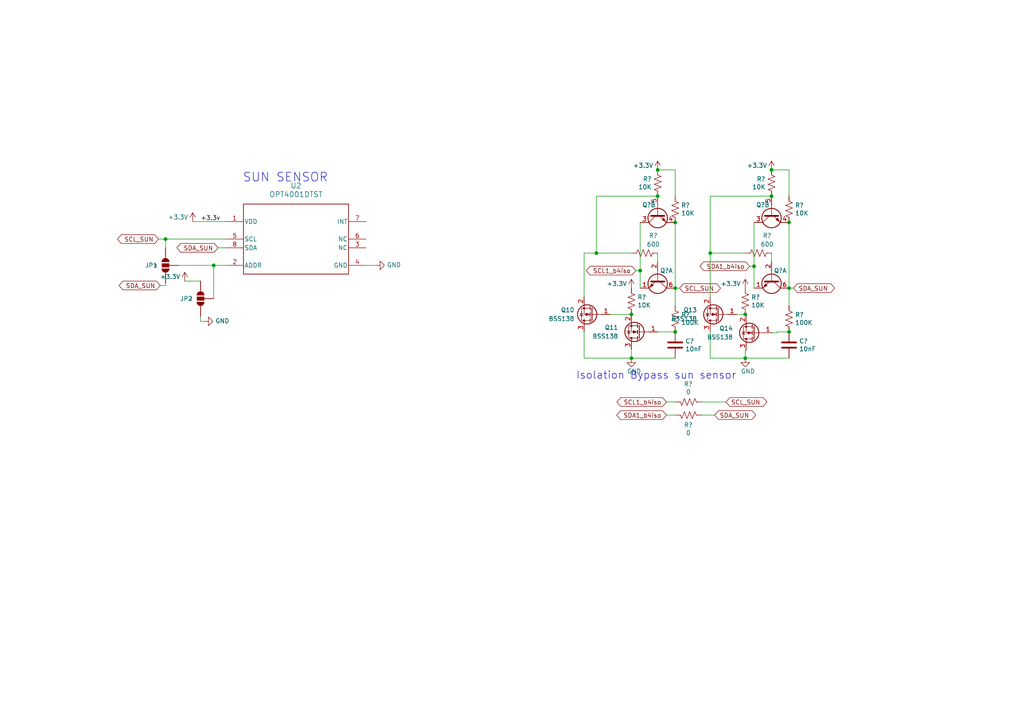
<source format=kicad_sch>
(kicad_sch (version 20230121) (generator eeschema)
  (paper "A4")
  (lib_symbols
    (symbol "Device:C" (pin_numbers hide) (pin_names (offset 0.254))
      (property "Reference" "C" (at 0.635 2.54 0))
      (property "Value" "C" (at 0.635 -2.54 0))
      (symbol "C_0_1"
        (polyline (pts (xy -2.032 -0.762) (xy 2.032 -0.762)) (stroke (width 0.508)))
        (polyline (pts (xy -2.032 0.762) (xy 2.032 0.762)) (stroke (width 0.508)))
      )
      (symbol "C_1_1"
        (pin passive line (at 0 3.81 270) (length 2.794) (name "~") (number "1"))
        (pin passive line (at 0 -3.81 90) (length 2.794) (name "~") (number "2"))
      )
    )
    (symbol "Device:R_US" (pin_numbers hide) (pin_names (offset 0))
      (property "Reference" "R" (at 2.54 0 90))
      (property "Value" "R_US" (at -2.54 0 90))
      (symbol "R_US_0_1"
        (polyline (pts (xy 0 -2.286) (xy 0 -2.54)))
        (polyline (pts (xy 0 2.286) (xy 0 2.54)))
        (polyline (pts (xy 0 -0.762) (xy 1.016 -1.143) (xy 0 -1.524) (xy -1.016 -1.905) (xy 0 -2.286)))
        (polyline (pts (xy 0 0.762) (xy 1.016 0.381) (xy 0 0) (xy -1.016 -0.381) (xy 0 -0.762)))
        (polyline (pts (xy 0 2.286) (xy 1.016 1.905) (xy 0 1.524) (xy -1.016 1.143) (xy 0 0.762)))
      )
      (symbol "R_US_1_1"
        (pin passive line (at 0 3.81 270) (length 1.27) (name "~") (number "1"))
        (pin passive line (at 0 -3.81 90) (length 1.27) (name "~") (number "2"))
      )
    )
    (symbol "OPT4001DTST:OPT4001DTST" (pin_names (offset 0.254))
      (property "Reference" "U" (at 0 2.54 0))
      (property "Value" "OPT4001DTST" (at 0 0 0))
      (symbol "OPT4001DTST_0_1"
        (polyline (pts (xy 5.08 -15.24) (xy 35.56 -15.24)) (stroke (width 0.2032)))
        (polyline (pts (xy 5.08 5.08) (xy 5.08 -15.24)) (stroke (width 0.2032)))
        (polyline (pts (xy 35.56 -15.24) (xy 35.56 5.08)) (stroke (width 0.2032)))
        (polyline (pts (xy 35.56 5.08) (xy 5.08 5.08)) (stroke (width 0.2032)))
        (pin power_in line (at 0 0 0) (length 5.08) (name "VDD") (number "1"))
        (pin input line (at 0 -12.7 0) (length 5.08) (name "ADDR") (number "2"))
        (pin unspecified line (at 40.64 -7.62 180) (length 5.08) (name "NC") (number "3"))
        (pin power_in line (at 40.64 -12.7 180) (length 5.08) (name "GND") (number "4"))
        (pin input line (at 0 -5.08 0) (length 5.08) (name "SCL") (number "5"))
        (pin unspecified line (at 40.64 -5.08 180) (length 5.08) (name "NC") (number "6"))
        (pin open_collector line (at 40.64 0 180) (length 5.08) (name "INT") (number "7"))
        (pin bidirectional line (at 0 -7.62 0) (length 5.08) (name "SDA") (number "8"))
      )
    )
    (symbol "SparkFun-Jumper:SolderJumper_3_Open_No_Silk" (pin_numbers hide) (pin_names (offset 0) hide)
      (property "Reference" "JP" (at -2.54 -2.54 0))
      (property "Value" "~" (at 0 2.794 0))
      (symbol "SolderJumper_3_Open_No_Silk_0_1"
        (arc (start -1.016 1.016) (mid -2.0276 0) (end -1.016 -1.016))
        (arc (start -1.016 1.016) (mid -2.0276 0) (end -1.016 -1.016) (fill (type outline)))
        (rectangle (start -0.508 1.016) (end 0.508 -1.016) (fill (type outline)))
        (polyline (pts (xy -2.54 0) (xy -2.032 0)))
        (polyline (pts (xy -1.016 1.016) (xy -1.016 -1.016)))
        (polyline (pts (xy 0 -1.27) (xy 0 -1.016)))
        (polyline (pts (xy 1.016 1.016) (xy 1.016 -1.016)))
        (polyline (pts (xy 2.54 0) (xy 2.032 0)))
        (arc (start 1.016 -1.016) (mid 2.0276 0) (end 1.016 1.016))
        (arc (start 1.016 -1.016) (mid 2.0276 0) (end 1.016 1.016) (fill (type outline)))
      )
      (symbol "SolderJumper_3_Open_No_Silk_1_1"
        (pin passive line (at -5.08 0 0) (length 2.54) (name "A") (number "1"))
        (pin passive line (at 0 -3.81 90) (length 2.54) (name "C") (number "2"))
        (pin passive line (at 5.08 0 180) (length 2.54) (name "B") (number "3"))
      )
    )
    (symbol "Transistor_BJT:MBT2222ADW1T1" (pin_names (offset 0) hide)
      (property "Reference" "Q" (at 5.08 1.27 0))
      (property "Value" "MBT2222ADW1T1" (at 5.08 -1.27 0))
      (symbol "MBT2222ADW1T1_0_1"
        (polyline (pts (xy 0.635 0) (xy -2.54 0)))
        (polyline (pts (xy 0.635 0.635) (xy 2.54 2.54)))
        (polyline (pts (xy 0.635 -0.635) (xy 2.54 -2.54) (xy 2.54 -2.54)))
        (polyline (pts (xy 0.635 1.905) (xy 0.635 -1.905) (xy 0.635 -1.905)) (stroke (width 0.508)))
        (polyline (pts (xy 1.27 -1.778) (xy 1.778 -1.27) (xy 2.286 -2.286) (xy 1.27 -1.778) (xy 1.27 -1.778)) (fill (type outline)))
        (circle (center 1.27 0) (radius 2.8194) (stroke (width 0.254)))
      )
      (symbol "MBT2222ADW1T1_1_1"
        (pin passive line (at 2.54 -5.08 90) (length 2.54) (name "E1") (number "1"))
        (pin input line (at -5.08 0 0) (length 2.54) (name "B1") (number "2"))
        (pin passive line (at 2.54 5.08 270) (length 2.54) (name "C1") (number "6"))
      )
      (symbol "MBT2222ADW1T1_2_1"
        (pin passive line (at 2.54 5.08 270) (length 2.54) (name "C2") (number "3"))
        (pin passive line (at 2.54 -5.08 90) (length 2.54) (name "E2") (number "4"))
        (pin input line (at -5.08 0 0) (length 2.54) (name "B2") (number "5"))
      )
    )
    (symbol "Transistor_FET:BSS138" (pin_names hide)
      (property "Reference" "Q" (at 5.08 1.905 0))
      (property "Value" "BSS138" (at 5.08 0 0))
      (symbol "BSS138_0_1"
        (polyline (pts (xy 0.254 0) (xy -2.54 0)))
        (polyline (pts (xy 0.254 1.905) (xy 0.254 -1.905)) (stroke (width 0.254)))
        (polyline (pts (xy 0.762 -1.27) (xy 0.762 -2.286)) (stroke (width 0.254)))
        (polyline (pts (xy 0.762 0.508) (xy 0.762 -0.508)) (stroke (width 0.254)))
        (polyline (pts (xy 0.762 2.286) (xy 0.762 1.27)) (stroke (width 0.254)))
        (polyline (pts (xy 2.54 2.54) (xy 2.54 1.778)))
        (polyline (pts (xy 2.54 -2.54) (xy 2.54 0) (xy 0.762 0)))
        (polyline (pts (xy 0.762 -1.778) (xy 3.302 -1.778) (xy 3.302 1.778) (xy 0.762 1.778)))
        (polyline (pts (xy 1.016 0) (xy 2.032 0.381) (xy 2.032 -0.381) (xy 1.016 0)) (fill (type outline)))
        (polyline (pts (xy 2.794 0.508) (xy 2.921 0.381) (xy 3.683 0.381) (xy 3.81 0.254)))
        (polyline (pts (xy 3.302 0.381) (xy 2.921 -0.254) (xy 3.683 -0.254) (xy 3.302 0.381)))
        (circle (center 1.651 0) (radius 2.794) (stroke (width 0.254)))
        (circle (center 2.54 -1.778) (radius 0.254) (fill (type outline)))
        (circle (center 2.54 1.778) (radius 0.254) (fill (type outline)))
      )
      (symbol "BSS138_1_1"
        (pin input line (at -5.08 0 0) (length 2.54) (name "G") (number "1"))
        (pin passive line (at 2.54 -5.08 90) (length 2.54) (name "S") (number "2"))
        (pin passive line (at 2.54 5.08 270) (length 2.54) (name "D") (number "3"))
      )
    )
    (symbol "power:+3.3V" (power) (pin_names (offset 0))
      (property "Value" "+3.3V" (at 0 3.556 0))
      (symbol "+3.3V_0_1"
        (polyline (pts (xy -0.762 1.27) (xy 0 2.54)))
        (polyline (pts (xy 0 0) (xy 0 2.54)))
        (polyline (pts (xy 0 2.54) (xy 0.762 1.27)))
      )
      (symbol "+3.3V_1_1"
        (pin power_in line (at 0 0 90) (length 0) hide (name "+3.3V") (number "1"))
      )
    )
    (symbol "power:GND" (power) (pin_names (offset 0))
      (property "Value" "GND" (at 0 -3.81 0))
      (symbol "GND_0_1"
        (polyline (pts (xy 0 0) (xy 0 -1.27) (xy 1.27 -1.27) (xy 0 -2.54) (xy -1.27 -1.27) (xy 0 -1.27)))
      )
      (symbol "GND_1_1"
        (pin power_in line (at 0 0 270) (length 0) hide (name "GND") (number "1"))
      )
    )
  )
  (junction (at 216.154 103.886))
  (junction (at 205.994 73.406))
  (junction (at 228.854 96.266))
  (junction (at 172.974 73.406))
  (junction (at 190.754 49.276))
  (junction (at 190.754 56.896))
  (junction (at 228.854 64.516))
  (junction (at 218.694 77.216))
  (junction (at 223.774 56.896))
  (junction (at 195.834 96.266))
  (junction (at 216.154 91.186))
  (junction (at 195.834 64.516))
  (junction (at 183.134 103.886))
  (junction (at 228.854 83.566))
  (junction (at 48.006 69.342))
  (junction (at 61.976 76.962))
  (junction (at 183.134 91.186))
  (junction (at 223.774 49.276))
  (junction (at 195.834 83.566))
  (junction (at 185.674 78.486))
  (wire (pts (xy 59.182 93.218) (xy 58.166 93.218)))
  (wire (pts (xy 195.834 120.396) (xy 193.294 120.396)))
  (wire (pts (xy 169.418 73.406) (xy 172.974 73.406)))
  (wire (pts (xy 53.594 81.534) (xy 58.166 81.534)))
  (wire (pts (xy 172.974 56.896) (xy 190.754 56.896)))
  (wire (pts (xy 172.974 56.896) (xy 172.974 73.406)))
  (wire (pts (xy 205.994 103.886) (xy 216.154 103.886)))
  (wire (pts (xy 228.854 88.646) (xy 228.854 83.566)))
  (wire (pts (xy 195.834 88.646) (xy 195.834 83.566)))
  (wire (pts (xy 185.674 64.516) (xy 185.674 78.486)))
  (wire (pts (xy 183.134 103.886) (xy 195.834 103.886)))
  (wire (pts (xy 210.566 116.586) (xy 203.454 116.586)))
  (wire (pts (xy 216.408 101.6) (xy 216.154 101.6)))
  (wire (pts (xy 61.976 76.962) (xy 65.532 76.962)))
  (wire (pts (xy 230.124 83.566) (xy 228.854 83.566)))
  (wire (pts (xy 195.834 64.516) (xy 195.834 83.566)))
  (wire (pts (xy 218.694 64.516) (xy 218.694 77.216)))
  (wire (pts (xy 169.418 103.886) (xy 183.134 103.886)))
  (wire (pts (xy 183.134 103.886) (xy 183.134 101.346)))
  (wire (pts (xy 48.006 82.804) (xy 46.482 82.804)))
  (wire (pts (xy 48.006 71.882) (xy 48.006 69.342)))
  (wire (pts (xy 224.028 96.52) (xy 225.298 96.52)))
  (wire (pts (xy 51.816 76.962) (xy 61.976 76.962)))
  (wire (pts (xy 184.404 78.486) (xy 185.674 78.486)))
  (wire (pts (xy 217.424 77.216) (xy 218.694 77.216)))
  (wire (pts (xy 197.104 83.566) (xy 195.834 83.566)))
  (wire (pts (xy 195.834 116.586) (xy 193.294 116.586)))
  (wire (pts (xy 205.994 96.266) (xy 205.994 103.886)))
  (wire (pts (xy 63.246 71.882) (xy 65.532 71.882)))
  (wire (pts (xy 228.854 64.516) (xy 228.854 83.566)))
  (wire (pts (xy 65.532 64.262) (xy 55.88 64.262)))
  (wire (pts (xy 228.854 56.896) (xy 228.854 49.276)))
  (wire (pts (xy 205.994 86.106) (xy 205.994 73.406)))
  (wire (pts (xy 195.834 56.896) (xy 195.834 49.276)))
  (wire (pts (xy 216.154 73.406) (xy 205.994 73.406)))
  (wire (pts (xy 218.694 77.216) (xy 218.694 83.566)))
  (wire (pts (xy 185.674 78.486) (xy 185.674 83.566)))
  (wire (pts (xy 216.154 91.186) (xy 213.614 91.186)))
  (wire (pts (xy 45.974 69.342) (xy 48.006 69.342)))
  (wire (pts (xy 190.754 75.946) (xy 190.754 73.406)))
  (wire (pts (xy 195.834 49.276) (xy 190.754 49.276)))
  (wire (pts (xy 228.854 49.276) (xy 223.774 49.276)))
  (wire (pts (xy 58.166 93.218) (xy 58.166 91.694)))
  (wire (pts (xy 177.038 91.186) (xy 183.134 91.186)))
  (wire (pts (xy 106.172 76.962) (xy 108.966 76.962)))
  (wire (pts (xy 183.134 73.406) (xy 172.974 73.406)))
  (wire (pts (xy 48.006 82.042) (xy 48.006 82.804)))
  (wire (pts (xy 225.298 96.52) (xy 225.298 96.266)))
  (wire (pts (xy 228.854 103.886) (xy 216.154 103.886)))
  (wire (pts (xy 223.774 75.946) (xy 223.774 73.406)))
  (wire (pts (xy 225.298 96.266) (xy 228.854 96.266)))
  (wire (pts (xy 207.264 120.396) (xy 203.454 120.396)))
  (wire (pts (xy 216.154 101.6) (xy 216.154 103.886)))
  (wire (pts (xy 169.418 86.106) (xy 169.418 73.406)))
  (wire (pts (xy 205.994 73.406) (xy 205.994 56.896)))
  (wire (pts (xy 48.006 69.342) (xy 65.532 69.342)))
  (wire (pts (xy 205.994 56.896) (xy 223.774 56.896)))
  (wire (pts (xy 61.976 76.962) (xy 61.976 86.614)))
  (wire (pts (xy 169.418 96.266) (xy 169.418 103.886)))
  (wire (pts (xy 216.408 91.186) (xy 216.154 91.186)))
  (wire (pts (xy 216.408 91.44) (xy 216.408 91.186)))
  (wire (pts (xy 190.754 96.266) (xy 195.834 96.266)))
  (text "Isolation Bypass sun sensor" (at 213.614 110.236 0) (effects (font (size 2.159 2.159)) (justify right bottom)))
  (text "SUN SENSOR\n\n" (at 70.358 57.15 0) (effects (font (size 2.54 2.54)) (justify left bottom)))
  (label "+3.3v" (at 58.166 64.262 0))
  (global_label "SDA1_b4iso" (shape bidirectional) (at 193.294 120.396 180) (property "Intersheetrefs" "${INTERSHEET_REFS}" (effects hide)))
  (global_label "SDA1_b4iso" (shape bidirectional) (at 217.424 77.216 180) (property "Intersheetrefs" "${INTERSHEET_REFS}" (effects hide)))
  (global_label "SCL_SUN" (shape bidirectional) (at 210.566 116.586 0) (property "Intersheetrefs" "${INTERSHEET_REFS}" (effects hide)))
  (global_label "SDA_SUN" (shape bidirectional) (at 63.246 71.882 180) (property "Intersheetrefs" "${INTERSHEET_REFS}" (effects hide)))
  (global_label "SCL1_b4iso" (shape bidirectional) (at 193.294 116.586 180) (property "Intersheetrefs" "${INTERSHEET_REFS}" (effects hide)))
  (global_label "SCL1_b4iso" (shape bidirectional) (at 184.404 78.486 180) (property "Intersheetrefs" "${INTERSHEET_REFS}" (effects hide)))
  (global_label "SDA_SUN" (shape bidirectional) (at 207.264 120.396 0) (property "Intersheetrefs" "${INTERSHEET_REFS}" (effects hide)))
  (global_label "SCL_SUN" (shape bidirectional) (at 45.974 69.342 180) (property "Intersheetrefs" "${INTERSHEET_REFS}" (effects hide)))
  (global_label "SDA_SUN" (shape bidirectional) (at 230.124 83.566 0) (property "Intersheetrefs" "${INTERSHEET_REFS}" (effects hide)))
  (global_label "SCL_SUN" (shape bidirectional) (at 197.104 83.566 0) (property "Intersheetrefs" "${INTERSHEET_REFS}" (effects hide)))
  (global_label "SDA_SUN" (shape bidirectional) (at 46.482 82.804 180) (property "Intersheetrefs" "${INTERSHEET_REFS}" (effects hide)))
  (symbol (lib_id "Device:R_US") (at 216.154 87.376 180) (unit 1)
    (property "Reference" "R?" (at 217.8812 86.2076 0) (effects (justify right)))
    (property "Value" "10K" (at 217.8812 88.519 0) (effects (justify right)))
    (property "Footprint" "Resistor_SMD:R_0603_1608Metric" (effects hide))
    (instances (project "xpanel" (path "" (reference "R?") (unit 1))) (project "Xpanel_V1_final" (path "" (reference "R26") (unit 1)) (path "" (reference "R29") (unit 1)) (path "" (reference "R29") (unit 1))))
  )
  (symbol (lib_id "Transistor_BJT:MBT2222ADW1T1") (at 223.774 61.976 90) (mirror x) (unit 2)
    (property "Reference" "Q?" (at 221.234 59.436 90))
    (property "Value" "MBT2222ADW1T1" (effects hide))
    (property "Footprint" "Package_TO_SOT_SMD:SOT-363_SC-70-6" (effects hide))
    (property "Datasheet" "http://www.onsemi.com/pub_link/Collateral/MBT2222ADW1T1-D.PDF" (effects hide))
    (instances (project "xpanel" (path "" (reference "Q?") (unit 2)) (path "" (reference "Q?") (unit 2)) (path "" (reference "Q?") (unit 2))) (project "Xpanel_V1_final" (path "" (reference "Q15") (unit 2)) (path "" (reference "Q10") (unit 2)) (path "" (reference "Q10") (unit 2))))
  )
  (symbol (lib_id "Transistor_FET:BSS138") (at 185.674 96.266 180) (unit 1)
    (property "Reference" "Q11" (at 179.324 94.996 0) (effects (justify left)))
    (property "Value" "BSS138" (at 179.324 97.536 0) (effects (justify left)))
    (property "Footprint" "Package_TO_SOT_SMD:SOT-23" (effects hide))
    (property "Datasheet" "https://www.onsemi.com/pub/Collateral/BSS138-D.PDF" (effects hide))
    (instances (project "Xpanel_V1_final" (path "" (reference "Q11") (unit 1)) (path "" (reference "Q3") (unit 1)) (path "" (reference "Q3") (unit 1))))
  )
  (symbol (lib_id "Transistor_BJT:MBT2222ADW1T1") (at 190.754 61.976 90) (mirror x) (unit 2)
    (property "Reference" "Q?" (at 188.214 59.436 90))
    (property "Value" "MBT2222ADW1T1" (effects hide))
    (property "Footprint" "Package_TO_SOT_SMD:SOT-363_SC-70-6" (effects hide))
    (property "Datasheet" "http://www.onsemi.com/pub_link/Collateral/MBT2222ADW1T1-D.PDF" (effects hide))
    (instances (project "xpanel" (path "" (reference "Q?") (unit 2)) (path "" (reference "Q?") (unit 2)) (path "" (reference "Q?") (unit 2))) (project "Xpanel_V1_final" (path "" (reference "Q12") (unit 2)) (path "" (reference "Q4") (unit 2)) (path "" (reference "Q4") (unit 2))))
  )
  (symbol (lib_id "Device:R_US") (at 223.774 53.086 0) (unit 1)
    (property "Reference" "R?" (at 222.0468 51.9176 0) (effects (justify right)))
    (property "Value" "10K" (at 222.0468 54.229 0) (effects (justify right)))
    (property "Footprint" "Resistor_SMD:R_0603_1608Metric" (effects hide))
    (instances (project "xpanel" (path "" (reference "R?") (unit 1))) (project "Xpanel_V1_final" (path "" (reference "R28") (unit 1)) (path "" (reference "R31") (unit 1)) (path "" (reference "R31") (unit 1))))
  )
  (symbol (lib_id "SparkFun-Jumper:SolderJumper_3_Open_No_Silk") (at 58.166 86.614 90) (unit 1)
    (property "Reference" "JP2" (at 55.88 86.614 90) (effects (justify left)))
    (property "Value" "~" (at 55.372 86.614 0))
    (property "Footprint" "SparkFun-Jumper:SMT-JUMPER_3_NO_NO-SILK" (effects hide))
  )
  (symbol (lib_id "Device:C") (at 195.834 100.076 0) (unit 1)
    (property "Reference" "C?" (at 198.755 98.933 0) (effects (justify left)))
    (property "Value" "10nF" (at 198.755 101.219 0) (effects (justify left)))
    (property "Footprint" "Capacitor_SMD:C_0603_1608Metric" (effects hide))
    (instances (project "xpanel" (path "" (reference "C?") (unit 1))) (project "Xpanel_V1_final" (path "" (reference "C5") (unit 1)) (path "" (reference "C10") (unit 1)) (path "" (reference "C10") (unit 1))))
  )
  (symbol (lib_id "Device:R_US") (at 228.854 60.706 180) (unit 1)
    (property "Reference" "R?" (at 230.5812 59.5376 0) (effects (justify right)))
    (property "Value" "10K" (at 230.5812 61.849 0) (effects (justify right)))
    (property "Footprint" "Resistor_SMD:R_0402_1005Metric" (effects hide))
    (instances (project "xpanel" (path "" (reference "R?") (unit 1))) (project "Xpanel_V1_final" (path "" (reference "R29") (unit 1)) (path "" (reference "R33") (unit 1)) (path "" (reference "R33") (unit 1))))
  )
  (symbol (lib_id "Device:R_US") (at 199.644 120.396 90) (mirror x) (unit 1)
    (property "Reference" "R?" (at 199.644 123.2662 90))
    (property "Value" "0" (at 199.644 125.5776 90))
    (property "Footprint" "Resistor_SMD:R_0603_1608Metric" (effects hide))
    (instances (project "xpanel" (path "" (reference "R?") (unit 1))) (project "Xpanel_V1_final" (path "" (reference "R25") (unit 1)) (path "" (reference "R23") (unit 1)) (path "" (reference "R23") (unit 1))))
  )
  (symbol (lib_id "Transistor_FET:BSS138") (at 218.948 96.52 180) (unit 1)
    (property "Reference" "Q14" (at 212.598 95.25 0) (effects (justify left)))
    (property "Value" "BSS138" (at 212.598 97.79 0) (effects (justify left)))
    (property "Footprint" "Package_TO_SOT_SMD:SOT-23" (effects hide))
    (property "Datasheet" "https://www.onsemi.com/pub/Collateral/BSS138-D.PDF" (effects hide))
    (instances (project "Xpanel_V1_final" (path "" (reference "Q14") (unit 1)) (path "" (reference "Q9") (unit 1)) (path "" (reference "Q9") (unit 1))))
  )
  (symbol (lib_id "Device:R_US") (at 186.944 73.406 90) (unit 1)
    (property "Reference" "R?" (at 189.484 68.326 90))
    (property "Value" "600" (at 189.484 70.866 90))
    (property "Footprint" "Resistor_SMD:R_0603_1608Metric" (effects hide))
    (instances (project "xpanel" (path "" (reference "R?") (unit 1))) (project "Xpanel_V1_final" (path "" (reference "R20") (unit 1)) (path "" (reference "R16") (unit 1)) (path "" (reference "R16") (unit 1))))
  )
  (symbol (lib_id "Transistor_FET:BSS138") (at 208.534 91.186 180) (unit 1)
    (property "Reference" "Q13" (at 202.184 89.916 0) (effects (justify left)))
    (property "Value" "BSS138" (at 202.184 92.456 0) (effects (justify left)))
    (property "Footprint" "Package_TO_SOT_SMD:SOT-23" (effects hide))
    (property "Datasheet" "https://www.onsemi.com/pub/Collateral/BSS138-D.PDF" (effects hide))
    (instances (project "Xpanel_V1_final" (path "" (reference "Q13") (unit 1)) (path "" (reference "Q7") (unit 1)) (path "" (reference "Q7") (unit 1))))
  )
  (symbol (lib_id "power:+3.3V") (at 216.154 83.566 0) (mirror y) (unit 1)
    (property "Reference" "#PWR?" (effects hide))
    (property "Value" "+3.3V" (at 214.884 82.296 0) (effects (justify left)))
    (instances (project "xpanel" (path "" (reference "#PWR?") (unit 1))) (project "Xpanel_V1_final" (path "" (reference "#PWR023") (unit 1)) (path "" (reference "#PWR035") (unit 1)) (path "" (reference "#PWR035") (unit 1))))
  )
  (symbol (lib_id "Device:R_US") (at 183.134 87.376 180) (unit 1)
    (property "Reference" "R?" (at 184.8612 86.2076 0) (effects (justify right)))
    (property "Value" "10K" (at 184.8612 88.519 0) (effects (justify right)))
    (property "Footprint" "Resistor_SMD:R_0603_1608Metric" (effects hide))
    (instances (project "xpanel" (path "" (reference "R?") (unit 1))) (project "Xpanel_V1_final" (path "" (reference "R19") (unit 1)) (path "" (reference "R15") (unit 1)) (path "" (reference "R15") (unit 1))))
  )
  (symbol (lib_id "Device:R_US") (at 199.644 116.586 90) (mirror x) (unit 1)
    (property "Reference" "R?" (at 199.644 111.379 90))
    (property "Value" "0" (at 199.644 113.6904 90))
    (property "Footprint" "Resistor_SMD:R_0603_1608Metric" (effects hide))
    (instances (project "xpanel" (path "" (reference "R?") (unit 1))) (project "Xpanel_V1_final" (path "" (reference "R24") (unit 1)) (path "" (reference "R22") (unit 1)) (path "" (reference "R22") (unit 1))))
  )
  (symbol (lib_id "SparkFun-Jumper:SolderJumper_3_Open_No_Silk") (at 48.006 76.962 90) (unit 1)
    (property "Reference" "JP1" (at 45.72 76.962 90) (effects (justify left)))
    (property "Value" "~" (at 45.212 76.962 0))
    (property "Footprint" "SparkFun-Jumper:SMT-JUMPER_3_NO_NO-SILK" (effects hide))
  )
  (symbol (lib_id "power:GND") (at 108.966 76.962 90) (unit 1)
    (property "Reference" "#PWR?" (effects hide))
    (property "Value" "GND" (at 112.2172 76.835 90) (effects (justify right)))
    (instances (project "xpanel" (path "" (reference "#PWR?") (unit 1))) (project "Xpanel_V1_final" (path "" (reference "#PWR018") (unit 1)) (path "" (reference "#PWR028") (unit 1)) (path "" (reference "#PWR028") (unit 1))))
  )
  (symbol (lib_id "power:+3.3V") (at 55.88 64.262 0) (mirror y) (unit 1)
    (property "Reference" "#PWR?" (effects hide))
    (property "Value" "+3.3V" (at 54.61 62.992 0) (effects (justify left)))
    (instances (project "xpanel" (path "" (reference "#PWR?") (unit 1))) (project "Xpanel_V1_final" (path "" (reference "#PWR011") (unit 1)) (path "" (reference "#PWR031") (unit 1)) (path "" (reference "#PWR054") (unit 1))))
  )
  (symbol (lib_id "power:GND") (at 216.154 103.886 0) (mirror y) (unit 1)
    (property "Reference" "#PWR?" (effects hide))
    (property "Value" "GND" (at 214.884 107.696 0) (effects (justify right)))
    (instances (project "xpanel" (path "" (reference "#PWR?") (unit 1))) (project "Xpanel_V1_final" (path "" (reference "#PWR024") (unit 1)) (path "" (reference "#PWR036") (unit 1)) (path "" (reference "#PWR036") (unit 1))))
  )
  (symbol (lib_id "power:+3.3V") (at 190.754 49.276 0) (mirror y) (unit 1)
    (property "Reference" "#PWR?" (effects hide))
    (property "Value" "+3.3V" (at 189.484 48.006 0) (effects (justify left)))
    (instances (project "xpanel" (path "" (reference "#PWR?") (unit 1))) (project "Xpanel_V1_final" (path "" (reference "#PWR011") (unit 1)) (path "" (reference "#PWR031") (unit 1)) (path "" (reference "#PWR031") (unit 1))))
  )
  (symbol (lib_id "Transistor_BJT:MBT2222ADW1T1") (at 190.754 81.026 270) (unit 1)
    (property "Reference" "Q?" (at 193.294 78.486 90))
    (property "Value" "MBT2222ADW1T1" (effects hide))
    (property "Footprint" "Package_TO_SOT_SMD:SOT-363_SC-70-6" (effects hide))
    (property "Datasheet" "http://www.onsemi.com/pub_link/Collateral/MBT2222ADW1T1-D.PDF" (effects hide))
    (instances (project "xpanel" (path "" (reference "Q?") (unit 1)) (path "" (reference "Q?") (unit 1)) (path "" (reference "Q?") (unit 1))) (project "Xpanel_V1_final" (path "" (reference "Q12") (unit 1)) (path "" (reference "Q4") (unit 1)) (path "" (reference "Q4") (unit 1))))
  )
  (symbol (lib_id "OPT4001DTST:OPT4001DTST") (at 65.532 64.262 0) (unit 1)
    (property "Reference" "U2" (at 85.852 53.848 0) (effects (font (size 1.524 1.524))))
    (property "Value" "OPT4001DTST" (at 85.852 56.388 0) (effects (font (size 1.524 1.524))))
    (property "Footprint" "DTS0008A-MFG" (effects hide))
    (property "Datasheet" "OPT4001DTST" (effects hide))
    (instances (project "Xpanel_V1_final" (path "" (reference "U2") (unit 1)) (path "" (reference "U3") (unit 1)) (path "" (reference "U3") (unit 1))))
  )
  (symbol (lib_id "Device:R_US") (at 219.964 73.406 270) (unit 1)
    (property "Reference" "R?" (at 222.504 68.326 90))
    (property "Value" "600" (at 222.504 70.866 90))
    (property "Footprint" "Resistor_SMD:R_0603_1608Metric" (effects hide))
    (instances (project "xpanel" (path "" (reference "R?") (unit 1))) (project "Xpanel_V1_final" (path "" (reference "R27") (unit 1)) (path "" (reference "R30") (unit 1)) (path "" (reference "R30") (unit 1))))
  )
  (symbol (lib_id "Device:C") (at 228.854 100.076 0) (unit 1)
    (property "Reference" "C?" (at 231.775 98.933 0) (effects (justify left)))
    (property "Value" "10nF" (at 231.775 101.219 0) (effects (justify left)))
    (property "Footprint" "Capacitor_SMD:C_0603_1608Metric" (effects hide))
    (instances (project "xpanel" (path "" (reference "C?") (unit 1))) (project "Xpanel_V1_final" (path "" (reference "C6") (unit 1)) (path "" (reference "C12") (unit 1)) (path "" (reference "C12") (unit 1))))
  )
  (symbol (lib_id "Device:R_US") (at 228.854 92.456 180) (unit 1)
    (property "Reference" "R?" (at 230.5812 91.2876 0) (effects (justify right)))
    (property "Value" "100K" (at 230.5812 93.599 0) (effects (justify right)))
    (property "Footprint" "Resistor_SMD:R_0603_1608Metric" (effects hide))
    (instances (project "xpanel" (path "" (reference "R?") (unit 1))) (project "Xpanel_V1_final" (path "" (reference "R30") (unit 1)) (path "" (reference "R34") (unit 1)) (path "" (reference "R34") (unit 1))))
  )
  (symbol (lib_id "Device:R_US") (at 190.754 53.086 0) (unit 1)
    (property "Reference" "R?" (at 189.0268 51.9176 0) (effects (justify right)))
    (property "Value" "10K" (at 189.0268 54.229 0) (effects (justify right)))
    (property "Footprint" "Resistor_SMD:R_0603_1608Metric" (effects hide))
    (instances (project "xpanel" (path "" (reference "R?") (unit 1))) (project "Xpanel_V1_final" (path "" (reference "R21") (unit 1)) (path "" (reference "R17") (unit 1)) (path "" (reference "R17") (unit 1))))
  )
  (symbol (lib_id "Device:R_US") (at 195.834 60.706 180) (unit 1)
    (property "Reference" "R?" (at 197.5612 59.5376 0) (effects (justify right)))
    (property "Value" "10K" (at 197.5612 61.849 0) (effects (justify right)))
    (property "Footprint" "Resistor_SMD:R_0402_1005Metric" (effects hide))
    (instances (project "xpanel" (path "" (reference "R?") (unit 1))) (project "Xpanel_V1_final" (path "" (reference "R22") (unit 1)) (path "" (reference "R19") (unit 1)) (path "" (reference "R19") (unit 1))))
  )
  (symbol (lib_id "Transistor_FET:BSS138") (at 171.958 91.186 180) (unit 1)
    (property "Reference" "Q10" (at 166.624 89.916 0) (effects (justify left)))
    (property "Value" "BSS138" (at 166.624 92.456 0) (effects (justify left)))
    (property "Footprint" "Package_TO_SOT_SMD:SOT-23" (effects hide))
    (property "Datasheet" "https://www.onsemi.com/pub/Collateral/BSS138-D.PDF" (effects hide))
    (instances (project "Xpanel_V1_final" (path "" (reference "Q10") (unit 1)) (path "" (reference "Q1") (unit 1)) (path "" (reference "Q1") (unit 1))))
  )
  (symbol (lib_id "power:+3.3V") (at 183.134 83.566 0) (mirror y) (unit 1)
    (property "Reference" "#PWR?" (effects hide))
    (property "Value" "+3.3V" (at 181.864 82.296 0) (effects (justify left)))
    (instances (project "xpanel" (path "" (reference "#PWR?") (unit 1))) (project "Xpanel_V1_final" (path "" (reference "#PWR09") (unit 1)) (path "" (reference "#PWR029") (unit 1)) (path "" (reference "#PWR029") (unit 1))))
  )
  (symbol (lib_id "power:GND") (at 183.134 103.886 0) (mirror y) (unit 1)
    (property "Reference" "#PWR?" (effects hide))
    (property "Value" "GND" (at 181.864 107.696 0) (effects (justify right)))
    (instances (project "xpanel" (path "" (reference "#PWR?") (unit 1))) (project "Xpanel_V1_final" (path "" (reference "#PWR010") (unit 1)) (path "" (reference "#PWR030") (unit 1)) (path "" (reference "#PWR030") (unit 1))))
  )
  (symbol (lib_id "Transistor_BJT:MBT2222ADW1T1") (at 223.774 81.026 270) (unit 1)
    (property "Reference" "Q?" (at 226.314 78.486 90))
    (property "Value" "MBT2222ADW1T1" (effects hide))
    (property "Footprint" "Package_TO_SOT_SMD:SOT-363_SC-70-6" (effects hide))
    (property "Datasheet" "http://www.onsemi.com/pub_link/Collateral/MBT2222ADW1T1-D.PDF" (effects hide))
    (instances (project "xpanel" (path "" (reference "Q?") (unit 1)) (path "" (reference "Q?") (unit 1)) (path "" (reference "Q?") (unit 1))) (project "Xpanel_V1_final" (path "" (reference "Q15") (unit 1)) (path "" (reference "Q10") (unit 1)) (path "" (reference "Q10") (unit 1))))
  )
  (symbol (lib_id "power:+3.3V") (at 53.594 81.534 0) (mirror y) (unit 1)
    (property "Reference" "#PWR?" (effects hide))
    (property "Value" "+3.3V" (at 52.324 80.264 0) (effects (justify left)))
    (instances (project "xpanel" (path "" (reference "#PWR?") (unit 1))) (project "Xpanel_V1_final" (path "" (reference "#PWR011") (unit 1)) (path "" (reference "#PWR031") (unit 1)) (path "" (reference "#PWR055") (unit 1))))
  )
  (symbol (lib_id "power:GND") (at 59.182 93.218 90) (unit 1)
    (property "Reference" "#PWR?" (effects hide))
    (property "Value" "GND" (at 62.4332 93.091 90) (effects (justify right)))
    (instances (project "xpanel" (path "" (reference "#PWR?") (unit 1))) (project "Xpanel_V1_final" (path "" (reference "#PWR019") (unit 1)) (path "" (reference "#PWR022") (unit 1)) (path "" (reference "#PWR022") (unit 1))))
  )
  (symbol (lib_id "power:+3.3V") (at 223.774 49.276 0) (mirror y) (unit 1)
    (property "Reference" "#PWR?" (effects hide))
    (property "Value" "+3.3V" (at 222.504 48.006 0) (effects (justify left)))
    (instances (project "xpanel" (path "" (reference "#PWR?") (unit 1))) (project "Xpanel_V1_final" (path "" (reference "#PWR025") (unit 1)) (path "" (reference "#PWR037") (unit 1)) (path "" (reference "#PWR037") (unit 1))))
  )
  (symbol (lib_id "Device:R_US") (at 195.834 92.456 180) (unit 1)
    (property "Reference" "R?" (at 197.5612 91.2876 0) (effects (justify right)))
    (property "Value" "100K" (at 197.5612 93.599 0) (effects (justify right)))
    (property "Footprint" "Resistor_SMD:R_0603_1608Metric" (effects hide))
    (instances (project "xpanel" (path "" (reference "R?") (unit 1))) (project "Xpanel_V1_final" (path "" (reference "R23") (unit 1)) (path "" (reference "R20") (unit 1)) (path "" (reference "R20") (unit 1))))
  )
)
</source>
